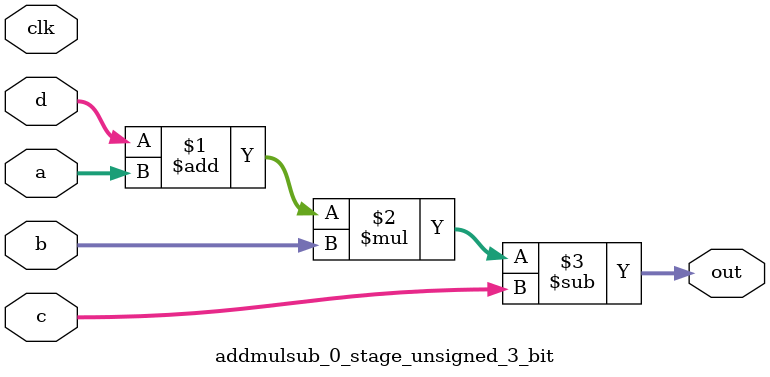
<source format=sv>
(* use_dsp = "yes" *) module addmulsub_0_stage_unsigned_3_bit(
	input  [2:0] a,
	input  [2:0] b,
	input  [2:0] c,
	input  [2:0] d,
	output [2:0] out,
	input clk);

	assign out = ((d + a) * b) - c;
endmodule

</source>
